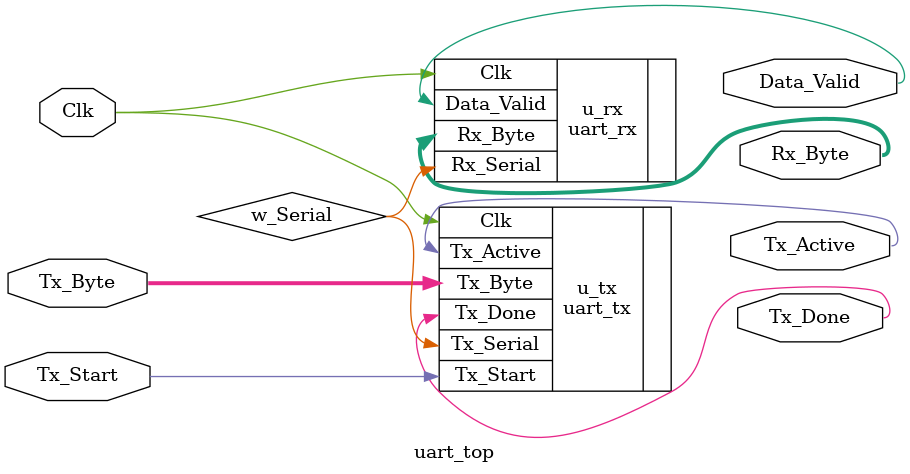
<source format=v>
`timescale 1ns / 1ps


module uart_top
  #(parameter CLKS_PER_BIT = 10417)
  (
   input        Clk,
   input        Tx_Start,
   input [7:0]  Tx_Byte,
   output       Tx_Active,
   output       Tx_Done,
   output       Data_Valid,
   output [7:0] Rx_Byte
   );

   wire w_Serial;

   uart_tx
     #(.CLKS_PER_BIT(CLKS_PER_BIT))
     u_tx (
       .Clk(Clk),
       .Tx_Start(Tx_Start),
       .Tx_Byte(Tx_Byte),
       .Tx_Active(Tx_Active),
       .Tx_Serial(w_Serial),
       .Tx_Done(Tx_Done)
     );

   uart_rx
     #(.CLKS_PER_BIT(CLKS_PER_BIT))
     u_rx (
       .Clk(Clk),
       .Rx_Serial(w_Serial),
       .Data_Valid(Data_Valid),
       .Rx_Byte(Rx_Byte)
     );

endmodule

</source>
